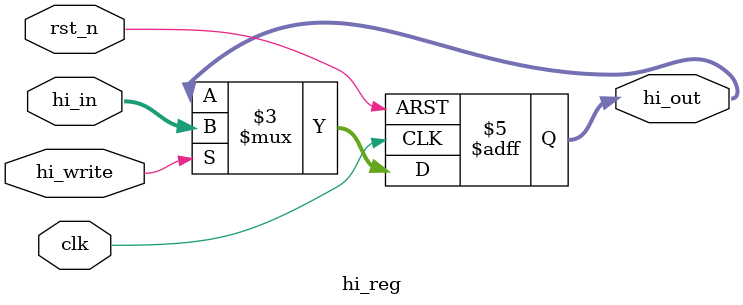
<source format=v>
module hi_reg (
    input wire clk,
    input wire rst_n,
    input wire hi_write,
    input wire [31:0] hi_in,
    output reg [31:0] hi_out
);

always @(posedge clk or negedge rst_n) begin
    if (!rst_n) begin
        hi_out <= 32'b0;
    end else if (hi_write) begin
        hi_out <= hi_in;
    end
end

endmodule

</source>
